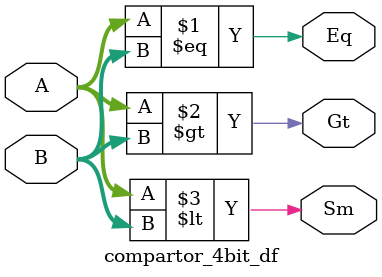
<source format=v>
`timescale 1ns / 1ps


module compartor_4bit_df(Eq,Gt,Sm,A,B);
input [3:0] A,B;
output Eq,Gt,Sm;

assign Eq = A == B;
assign Gt = A > B;
assign Sm = A < B;
endmodule

</source>
